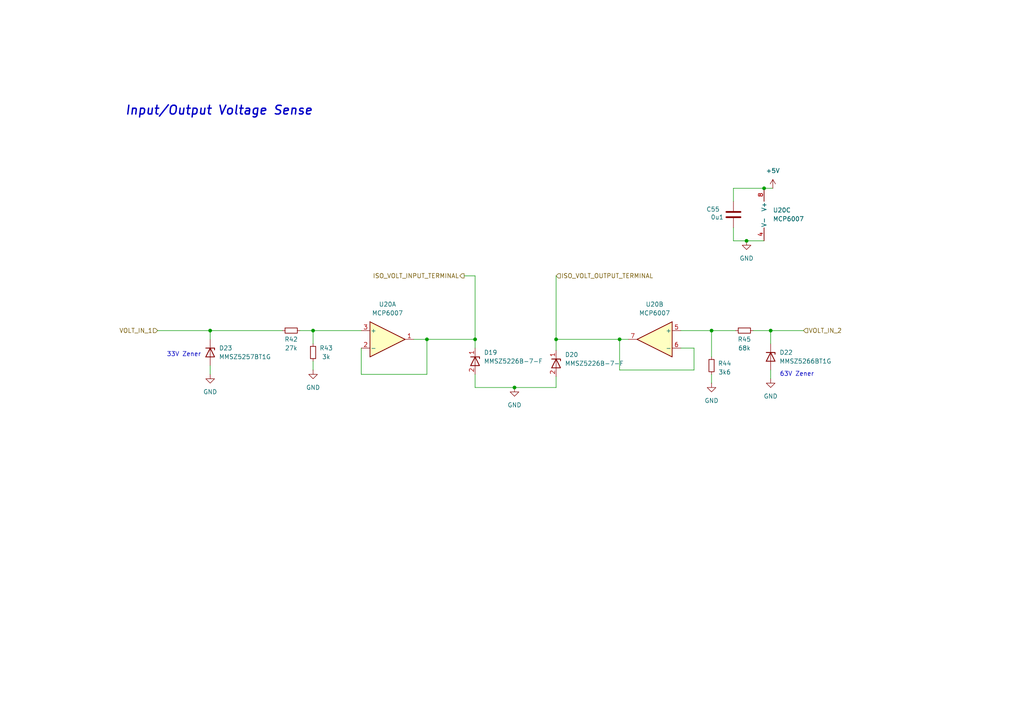
<source format=kicad_sch>
(kicad_sch (version 20250114) (generator "eeschema") (generator_version "9.0")
  (paper "A4")
  (title_block (title "Input/Output") (rev "V3") (company "EcoCar") (comment 1 "Designed by:  Zeeshan Haque"))
  (lib_symbols
    (symbol "Device:C" (pin_numbers (hide yes)) (pin_names (offset 0.254))
      (property "Reference" "C" (at 0.635 2.54 0))
      (property "Value" "C" (at 0.635 -2.54 0))
      (symbol "C_0_1"
        (polyline (pts (xy -2.032 0.762) (xy 2.032 0.762)) (stroke (width 0.508)))
        (polyline (pts (xy -2.032 -0.762) (xy 2.032 -0.762)) (stroke (width 0.508)))
      )
      (symbol "C_1_1"
        (pin passive line (at 0 3.81 270) (length 2.794) (name "~") (number "1"))
        (pin passive line (at 0 -3.81 90) (length 2.794) (name "~") (number "2"))
      )
    )
    (symbol "Device:D_Zener" (pin_numbers (hide yes)) (pin_names (offset 1.016) (hide yes))
      (property "Reference" "D" (at 0 2.54 0))
      (property "Value" "D_Zener" (at 0 -2.54 0))
      (symbol "D_Zener_0_1"
        (polyline (pts (xy -1.27 -1.27) (xy -1.27 1.27) (xy -0.762 1.27)) (stroke (width 0.254)))
        (polyline (pts (xy 1.27 0) (xy -1.27 0)))
        (polyline (pts (xy 1.27 -1.27) (xy 1.27 1.27) (xy -1.27 0) (xy 1.27 -1.27)) (stroke (width 0.254)))
      )
      (symbol "D_Zener_1_1"
        (pin passive line (at -3.81 0 0) (length 2.54) (name "K") (number "1"))
        (pin passive line (at 3.81 0 180) (length 2.54) (name "A") (number "2"))
      )
    )
    (symbol "Device:R_Small" (pin_numbers (hide yes)) (pin_names (offset 0.254) (hide yes))
      (property "Reference" "R" (at 0.762 0.508 0))
      (property "Value" "R_Small" (at 0.762 -1.016 0))
      (symbol "R_Small_0_1"
        (rectangle (start -0.762 1.778) (end 0.762 -1.778) (stroke (width 0.2032)))
      )
      (symbol "R_Small_1_1"
        (pin passive line (at 0 2.54 270) (length 0.762) (name "~") (number "1"))
        (pin passive line (at 0 -2.54 90) (length 0.762) (name "~") (number "2"))
      )
    )
    (symbol "ecocad_lib_symbols:MCP6007" (pin_names (offset 0.127))
      (property "Reference" "U" (at 0 5.08 0))
      (property "Value" "MCP6007" (at 0 -5.08 0))
      (symbol "MCP6007_1_1"
        (polyline (pts (xy -5.08 5.08) (xy 5.08 0) (xy -5.08 -5.08) (xy -5.08 5.08)) (stroke (width 0.254)) (fill (type background)))
        (pin input line (at -7.62 2.54 0) (length 2.54) (name "+") (number "3"))
        (pin input line (at -7.62 -2.54 0) (length 2.54) (name "-") (number "2"))
        (pin output line (at 7.62 0 180) (length 2.54) (name "~") (number "1"))
      )
      (symbol "MCP6007_2_1"
        (polyline (pts (xy -5.08 5.08) (xy 5.08 0) (xy -5.08 -5.08) (xy -5.08 5.08)) (stroke (width 0.254)) (fill (type background)))
        (pin input line (at -7.62 2.54 0) (length 2.54) (name "+") (number "5"))
        (pin input line (at -7.62 -2.54 0) (length 2.54) (name "-") (number "6"))
        (pin output line (at 7.62 0 180) (length 2.54) (name "~") (number "7"))
      )
      (symbol "MCP6007_3_1"
        (pin power_in line (at -2.54 7.62 270) (length 3.81) (name "V+") (number "8"))
        (pin power_in line (at -2.54 -7.62 90) (length 3.81) (name "V-") (number "4"))
      )
    )
    (symbol "ecocad_lib_symbols:MMSZ5226B-7-F"
      (property "Reference" "D" (at 0 3.81 0))
      (property "Value" "MMSZ5226B-7-F" (at 0 0 0))
      (property "Part#" "C155250" (at 0 0 0))
      (symbol "MMSZ5226B-7-F_0_1"
        (polyline (pts (xy -1.27 -1.27) (xy -1.27 1.27) (xy -0.762 1.27)) (stroke (width 0.254)))
        (polyline (pts (xy 1.27 0) (xy -1.27 0)))
        (polyline (pts (xy 1.27 -1.27) (xy 1.27 1.27) (xy -1.27 0) (xy 1.27 -1.27)) (stroke (width 0.254)))
      )
      (symbol "MMSZ5226B-7-F_1_1"
        (pin passive line (at -3.81 0 0) (length 2.54) (name "") (number "1"))
        (pin passive line (at 3.81 0 180) (length 2.54) (name "") (number "2"))
      )
    )
    (symbol "power:+5V" (power) (pin_numbers (hide yes)) (pin_names (offset 0) (hide yes))
      (property "Value" "+5V" (at 0 3.556 0))
      (symbol "+5V_0_1"
        (polyline (pts (xy -0.762 1.27) (xy 0 2.54)))
        (polyline (pts (xy 0 2.54) (xy 0.762 1.27)))
        (polyline (pts (xy 0 0) (xy 0 2.54)))
      )
      (symbol "+5V_1_1"
        (pin power_in line (at 0 0 90) (length 0) (name "~") (number "1"))
      )
    )
    (symbol "power:GND" (power) (pin_numbers (hide yes)) (pin_names (offset 0) (hide yes))
      (property "Value" "GND" (at 0 -3.81 0))
      (symbol "GND_0_1"
        (polyline (pts (xy 0 0) (xy 0 -1.27) (xy 1.27 -1.27) (xy 0 -2.54) (xy -1.27 -1.27) (xy 0 -1.27)))
      )
      (symbol "GND_1_1"
        (pin power_in line (at 0 0 270) (length 0) (name "~") (number "1"))
      )
    )
  )
  (text "33V Zener\n" (at 53.34 102.87 0) (effects (font (size 1.27 1.27))))
  (text "Input/Output Voltage Sense\n" (at 36.195 33.655 0) (effects (font (size 2.5588 2.5588) (thickness 0.4) (bold yes) (italic yes)) (justify left bottom)))
  (text "63V Zener\n" (at 231.14 108.585 0) (effects (font (size 1.27 1.27))))
  (junction (at 123.825 98.425))
  (junction (at 90.805 95.885))
  (junction (at 221.615 54.61))
  (junction (at 216.535 69.85))
  (junction (at 161.29 98.425))
  (junction (at 179.705 98.425))
  (junction (at 137.795 98.425))
  (junction (at 223.52 95.885))
  (junction (at 60.96 95.885))
  (junction (at 206.375 95.885))
  (junction (at 149.225 112.395))
  (wire (pts (xy 120.015 98.425) (xy 123.825 98.425)))
  (wire (pts (xy 206.375 95.885) (xy 206.375 103.505)))
  (wire (pts (xy 161.29 109.22) (xy 161.29 112.395)))
  (wire (pts (xy 45.72 95.885) (xy 60.96 95.885)))
  (wire (pts (xy 201.295 100.965) (xy 201.295 107.315)))
  (wire (pts (xy 161.29 98.425) (xy 161.29 101.6)))
  (wire (pts (xy 123.825 108.585) (xy 123.825 98.425)))
  (wire (pts (xy 212.725 69.85) (xy 216.535 69.85)))
  (wire (pts (xy 161.29 80.01) (xy 161.29 98.425)))
  (wire (pts (xy 137.795 112.395) (xy 149.225 112.395)))
  (wire (pts (xy 161.29 112.395) (xy 149.225 112.395)))
  (wire (pts (xy 221.615 54.61) (xy 224.155 54.61)))
  (wire (pts (xy 182.245 98.425) (xy 179.705 98.425)))
  (wire (pts (xy 223.52 107.315) (xy 223.52 109.855)))
  (wire (pts (xy 216.535 69.85) (xy 221.615 69.85)))
  (wire (pts (xy 123.825 98.425) (xy 137.795 98.425)))
  (wire (pts (xy 60.96 106.045) (xy 60.96 108.585)))
  (wire (pts (xy 197.485 95.885) (xy 206.375 95.885)))
  (wire (pts (xy 197.485 100.965) (xy 201.295 100.965)))
  (wire (pts (xy 90.805 95.885) (xy 90.805 99.695)))
  (wire (pts (xy 212.725 54.61) (xy 221.615 54.61)))
  (wire (pts (xy 161.29 98.425) (xy 179.705 98.425)))
  (wire (pts (xy 137.795 80.01) (xy 137.795 98.425)))
  (wire (pts (xy 60.96 95.885) (xy 81.915 95.885)))
  (wire (pts (xy 90.805 95.885) (xy 104.775 95.885)))
  (wire (pts (xy 137.795 80.01) (xy 134.62 80.01)))
  (wire (pts (xy 213.36 95.885) (xy 206.375 95.885)))
  (wire (pts (xy 223.52 95.885) (xy 233.045 95.885)))
  (wire (pts (xy 212.725 66.04) (xy 212.725 69.85)))
  (wire (pts (xy 104.775 108.585) (xy 123.825 108.585)))
  (wire (pts (xy 201.295 107.315) (xy 179.705 107.315)))
  (wire (pts (xy 212.725 58.42) (xy 212.725 54.61)))
  (wire (pts (xy 90.805 107.315) (xy 90.805 104.775)))
  (wire (pts (xy 60.96 95.885) (xy 60.96 98.425)))
  (wire (pts (xy 218.44 95.885) (xy 223.52 95.885)))
  (wire (pts (xy 104.775 100.965) (xy 104.775 108.585)))
  (wire (pts (xy 137.795 108.585) (xy 137.795 112.395)))
  (wire (pts (xy 86.995 95.885) (xy 90.805 95.885)))
  (wire (pts (xy 137.795 98.425) (xy 137.795 100.965)))
  (wire (pts (xy 223.52 95.885) (xy 223.52 99.695)))
  (wire (pts (xy 179.705 98.425) (xy 179.705 107.315)))
  (wire (pts (xy 206.375 111.125) (xy 206.375 108.585)))
  (hierarchical_label "ISO_VOLT_OUTPUT_TERMINAL" (shape input) (at 161.29 80.01 0))
  (hierarchical_label "ISO_VOLT_INPUT_TERMINAL" (shape output) (at 134.62 80.01 180))
  (hierarchical_label "VOLT_IN_2" (shape input) (at 233.045 95.885 0))
  (hierarchical_label "VOLT_IN_1" (shape input) (at 45.72 95.885 180))
  (symbol (lib_id "power:GND") (at 60.96 108.585 0) (unit 1)
    (property "Reference" "#PWR073" (effects (hide yes)))
    (property "Value" "GND" (at 60.96 113.665 0))
    (property "Description" "Power symbol creates a global label with name \"GND\" , ground" (effects (hide yes)))
  )
  (symbol (lib_id "ecocad_lib_symbols:MMSZ5226B-7-F") (at 161.29 105.41 270) (unit 1)
    (property "Reference" "D20" (at 163.83 102.8699 90) (effects (justify left)))
    (property "Value" "MMSZ5226B-7-F" (at 163.83 105.4099 90) (effects (justify left)))
    (property "Footprint" "ecocad_lib_footprints:D_SOD_123_M" (effects (hide yes)))
    (property "Datasheet" "https://www.diodes.com/assets/Datasheets/ds18010.pdf" (effects (hide yes)))
    (property "Part#" "C155250" (effects (hide yes)))
  )
  (symbol (lib_id "power:GND") (at 149.225 112.395 0) (unit 1)
    (property "Reference" "#PWR058" (effects (hide yes)))
    (property "Value" "GND" (at 149.225 117.475 0))
    (property "Description" "Power symbol creates a global label with name \"GND\" , ground" (effects (hide yes)))
  )
  (symbol (lib_id "Device:R_Small") (at 206.375 106.045 0) (unit 1)
    (property "Reference" "R44" (at 210.185 105.41 0))
    (property "Value" "3k6" (at 210.185 107.95 0))
    (property "Footprint" "Resistor_SMD:R_0603_1608Metric" (effects (hide yes)))
    (property "Datasheet" "YAG4202TR-ND" (effects (hide yes)))
    (property "DK Part#" "YAG4202TR-ND" (effects (hide yes)))
  )
  (symbol (lib_id "Device:R_Small") (at 84.455 95.885 270) (mirror x) (unit 1)
    (property "Reference" "R42" (at 84.455 98.425 90))
    (property "Value" "27k" (at 84.455 100.965 90))
    (property "Footprint" "Resistor_SMD:R_0603_1608Metric" (effects (hide yes)))
    (property "Datasheet" "https://www.yageo.com/upload/media/product/products/datasheet/rchip/PYu-RC_Group_51_RoHS_L_12.pdf" (effects (hide yes)))
    (property "DK Part#" "311-100KLRTR-ND" (effects (hide yes)))
  )
  (symbol (lib_id "Device:R_Small") (at 90.805 102.235 0) (mirror y) (unit 1)
    (property "Reference" "R43" (at 94.615 100.965 0))
    (property "Value" "3k" (at 94.615 103.505 0))
    (property "Footprint" "Resistor_SMD:R_0603_1608Metric" (effects (hide yes)))
    (property "Datasheet" "https://datasheet.lcsc.com/lcsc/2206010045_UNI-ROYAL-Uniroyal-Elec-0603WAF2003T5E_C25811.pdf" (effects (hide yes)))
    (property "Part#" "C25811" (effects (hide yes)))
  )
  (symbol (lib_id "power:+5V") (at 224.155 54.61 0) (unit 1)
    (property "Reference" "#PWR071" (effects (hide yes)))
    (property "Value" "+5V" (at 224.155 49.53 0))
    (property "Description" "Power symbol creates a global label with name \"+5V\"" (effects (hide yes)))
  )
  (symbol (lib_id "power:GND") (at 90.805 107.315 0) (unit 1)
    (property "Reference" "#PWR057" (effects (hide yes)))
    (property "Value" "GND" (at 90.805 112.395 0))
    (property "Description" "Power symbol creates a global label with name \"GND\" , ground" (effects (hide yes)))
  )
  (symbol (lib_id "ecocad_lib_symbols:MCP6007") (at 189.865 98.425 0) (mirror y) (unit 2)
    (property "Reference" "U20" (at 189.865 88.265 0))
    (property "Value" "MCP6007" (at 189.865 90.805 0))
    (property "Footprint" "Package_SO:SOIC-8_3.9x4.9mm_P1.27mm" (effects (hide yes)))
    (property "Datasheet" "https://ww1.microchip.com/downloads/aemDocuments/documents/APID/ProductDocuments/DataSheets/MCP6006-6R-6U-7-9-Data-Sheet-20006411B.pdf" (effects (hide yes)))
    (property "Description" "Dual Operational Amplifiers, DIP-8/SOIC-8/TSSOP-8/VSSOP-8" (effects (hide yes)))
  )
  (symbol (lib_id "Device:C") (at 212.725 62.23 0) (unit 1)
    (property "Reference" "C55" (at 204.851 60.706 0) (effects (justify left)))
    (property "Value" "0u1" (at 206.121 62.992 0) (effects (justify left)))
    (property "Footprint" "Capacitor_SMD:C_0603_1608Metric" (effects (hide yes)))
    (property "Description" "Unpolarized capacitor" (effects (hide yes)))
  )
  (symbol (lib_id "ecocad_lib_symbols:MCP6007") (at 112.395 98.425 0) (unit 1)
    (property "Reference" "U20" (at 112.395 88.265 0))
    (property "Value" "MCP6007" (at 112.395 90.805 0))
    (property "Footprint" "Package_SO:SOIC-8_3.9x4.9mm_P1.27mm" (effects (hide yes)))
    (property "Datasheet" "https://ww1.microchip.com/downloads/aemDocuments/documents/APID/ProductDocuments/DataSheets/MCP6006-6R-6U-7-9-Data-Sheet-20006411B.pdf" (effects (hide yes)))
    (property "Description" "Dual Operational Amplifiers, DIP-8/SOIC-8/TSSOP-8/VSSOP-8" (effects (hide yes)))
  )
  (symbol (lib_id "power:GND") (at 216.535 69.85 0) (unit 1)
    (property "Reference" "#PWR062" (effects (hide yes)))
    (property "Value" "GND" (at 216.535 74.93 0))
    (property "Description" "Power symbol creates a global label with name \"GND\" , ground" (effects (hide yes)))
  )
  (symbol (lib_id "power:GND") (at 223.52 109.855 0) (unit 1)
    (property "Reference" "#PWR074" (effects (hide yes)))
    (property "Value" "GND" (at 223.52 114.935 0))
    (property "Description" "Power symbol creates a global label with name \"GND\" , ground" (effects (hide yes)))
  )
  (symbol (lib_id "Device:D_Zener") (at 223.52 103.505 270) (unit 1)
    (property "Reference" "D22" (at 226.06 102.2349 90) (effects (justify left)))
    (property "Value" "MMSZ5266BT1G" (at 226.06 104.7749 90) (effects (justify left)))
    (property "Footprint" "Diode_SMD:D_SOD-123" (effects (hide yes)))
    (property "Datasheet" "https://www.onsemi.com/pdf/datasheet/mmsz5221bt1-d.pdf" (effects (hide yes)))
    (property "Description" "Zener diode" (effects (hide yes)))
  )
  (symbol (lib_id "Device:R_Small") (at 215.9 95.885 270) (mirror x) (unit 1)
    (property "Reference" "R45" (at 215.9 98.425 90))
    (property "Value" "68k" (at 215.9 100.965 90))
    (property "Footprint" "Resistor_SMD:R_0603_1608Metric" (effects (hide yes)))
    (property "Datasheet" "https://www.yageo.com/upload/media/product/products/datasheet/rchip/PYu-RC_Group_51_RoHS_L_12.pdf" (effects (hide yes)))
    (property "DK Part#" "311-100KLRTR-ND" (effects (hide yes)))
  )
  (symbol (lib_id "power:GND") (at 206.375 111.125 0) (unit 1)
    (property "Reference" "#PWR072" (effects (hide yes)))
    (property "Value" "GND" (at 206.375 116.205 0))
    (property "Description" "Power symbol creates a global label with name \"GND\" , ground" (effects (hide yes)))
  )
  (symbol (lib_id "ecocad_lib_symbols:MMSZ5226B-7-F") (at 137.795 104.775 270) (unit 1)
    (property "Reference" "D19" (at 140.335 102.2349 90) (effects (justify left)))
    (property "Value" "MMSZ5226B-7-F" (at 140.335 104.7749 90) (effects (justify left)))
    (property "Footprint" "ecocad_lib_footprints:D_SOD_123_M" (effects (hide yes)))
    (property "Datasheet" "https://www.diodes.com/assets/Datasheets/ds18010.pdf" (effects (hide yes)))
    (property "Part#" "C155250" (effects (hide yes)))
  )
  (symbol (lib_id "ecocad_lib_symbols:MCP6007") (at 224.155 62.23 0) (unit 3)
    (property "Reference" "U20" (at 224.155 60.9599 0) (effects (justify left)))
    (property "Value" "MCP6007" (at 224.155 63.4999 0) (effects (justify left)))
    (property "Footprint" "Package_SO:SOIC-8_3.9x4.9mm_P1.27mm" (effects (hide yes)))
    (property "Datasheet" "https://ww1.microchip.com/downloads/aemDocuments/documents/APID/ProductDocuments/DataSheets/MCP6006-6R-6U-7-9-Data-Sheet-20006411B.pdf" (effects (hide yes)))
    (property "Description" "Dual Operational Amplifiers, DIP-8/SOIC-8/TSSOP-8/VSSOP-8" (effects (hide yes)))
  )
  (symbol (lib_id "Device:D_Zener") (at 60.96 102.235 270) (unit 1)
    (property "Reference" "D23" (at 63.5 100.9649 90) (effects (justify left)))
    (property "Value" "MMSZ5257BT1G" (at 63.5 103.5049 90) (effects (justify left)))
    (property "Footprint" "Diode_SMD:D_SOD-123" (effects (hide yes)))
    (property "Datasheet" "https://www.onsemi.com/pdf/datasheet/mmsz5221bt1-d.pdf" (effects (hide yes)))
    (property "Description" "Zener diode" (effects (hide yes)))
  )
)
</source>
